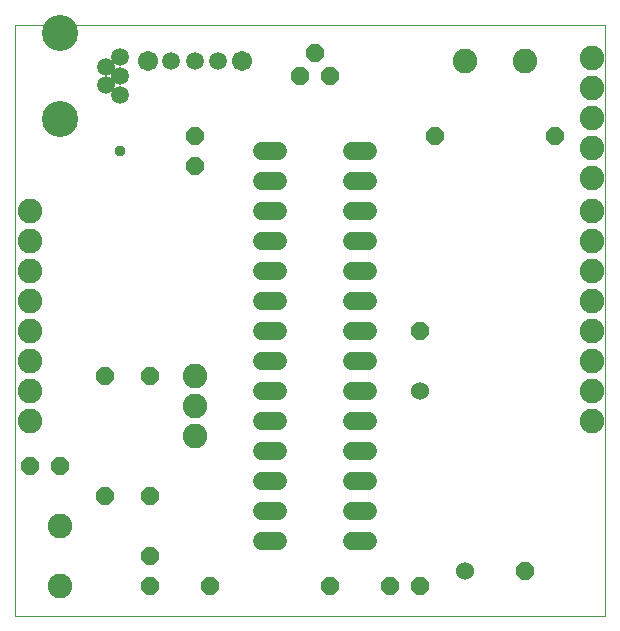
<source format=gts>
G75*
%MOIN*%
%OFA0B0*%
%FSLAX25Y25*%
%IPPOS*%
%LPD*%
%AMOC8*
5,1,8,0,0,1.08239X$1,22.5*
%
%ADD10C,0.00000*%
%ADD11OC8,0.06000*%
%ADD12C,0.06000*%
%ADD13C,0.08200*%
%ADD14C,0.06000*%
%ADD15C,0.05950*%
%ADD16C,0.12020*%
%ADD17C,0.06737*%
%ADD18C,0.03778*%
D10*
X0005060Y0001800D02*
X0005060Y0198650D01*
X0201910Y0198650D01*
X0201910Y0001800D01*
X0005060Y0001800D01*
D11*
X0035060Y0041800D03*
X0050060Y0041800D03*
X0050060Y0021800D03*
X0050060Y0011800D03*
X0070060Y0011800D03*
X0110060Y0011800D03*
X0130060Y0011800D03*
X0140060Y0011800D03*
X0175060Y0016800D03*
X0140060Y0096800D03*
X0145060Y0161800D03*
X0110060Y0181800D03*
X0105060Y0189300D03*
X0100060Y0181800D03*
X0065060Y0161800D03*
X0065060Y0151800D03*
X0050060Y0081800D03*
X0035060Y0081800D03*
X0020060Y0051800D03*
X0010060Y0051800D03*
X0185060Y0161800D03*
D12*
X0140060Y0076800D03*
X0155060Y0016800D03*
D13*
X0197560Y0066800D03*
X0197560Y0076800D03*
X0197560Y0086800D03*
X0197560Y0096800D03*
X0197560Y0106800D03*
X0197560Y0116800D03*
X0197560Y0126800D03*
X0197560Y0136800D03*
X0197560Y0147800D03*
X0197560Y0157800D03*
X0197560Y0167800D03*
X0197560Y0177800D03*
X0197560Y0187800D03*
X0175060Y0186800D03*
X0155060Y0186800D03*
X0065060Y0081800D03*
X0065060Y0071800D03*
X0065060Y0061800D03*
X0020060Y0031800D03*
X0020060Y0011800D03*
X0010060Y0066800D03*
X0010060Y0076800D03*
X0010060Y0086800D03*
X0010060Y0096800D03*
X0010060Y0106800D03*
X0010060Y0116800D03*
X0010060Y0126800D03*
X0010060Y0136800D03*
D14*
X0087460Y0136800D02*
X0092660Y0136800D01*
X0092660Y0126800D02*
X0087460Y0126800D01*
X0087460Y0116800D02*
X0092660Y0116800D01*
X0092660Y0106800D02*
X0087460Y0106800D01*
X0087460Y0096800D02*
X0092660Y0096800D01*
X0092660Y0086800D02*
X0087460Y0086800D01*
X0087460Y0076800D02*
X0092660Y0076800D01*
X0092660Y0066800D02*
X0087460Y0066800D01*
X0087460Y0056800D02*
X0092660Y0056800D01*
X0092660Y0046800D02*
X0087460Y0046800D01*
X0087460Y0036800D02*
X0092660Y0036800D01*
X0092660Y0026800D02*
X0087460Y0026800D01*
X0117460Y0026800D02*
X0122660Y0026800D01*
X0122660Y0036800D02*
X0117460Y0036800D01*
X0117460Y0046800D02*
X0122660Y0046800D01*
X0122660Y0056800D02*
X0117460Y0056800D01*
X0117460Y0066800D02*
X0122660Y0066800D01*
X0122660Y0076800D02*
X0117460Y0076800D01*
X0117460Y0086800D02*
X0122660Y0086800D01*
X0122660Y0096800D02*
X0117460Y0096800D01*
X0117460Y0106800D02*
X0122660Y0106800D01*
X0122660Y0116800D02*
X0117460Y0116800D01*
X0117460Y0126800D02*
X0122660Y0126800D01*
X0122660Y0136800D02*
X0117460Y0136800D01*
X0117460Y0146800D02*
X0122660Y0146800D01*
X0122660Y0156800D02*
X0117460Y0156800D01*
X0092660Y0156800D02*
X0087460Y0156800D01*
X0087460Y0146800D02*
X0092660Y0146800D01*
D15*
X0072934Y0186800D03*
X0065060Y0186800D03*
X0057186Y0186800D03*
X0040139Y0188099D03*
X0035414Y0184950D03*
X0040139Y0181800D03*
X0035414Y0178650D03*
X0040139Y0175501D03*
D16*
X0020060Y0167430D03*
X0020060Y0196170D03*
D17*
X0049312Y0186800D03*
X0080808Y0186800D03*
D18*
X0040060Y0156800D03*
M02*

</source>
